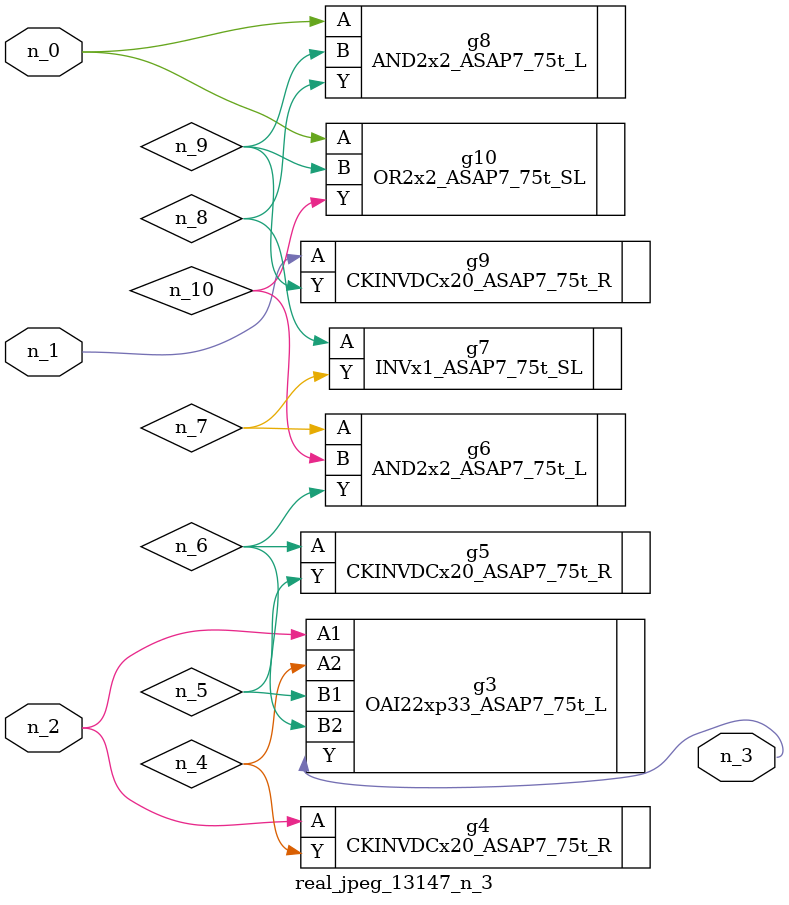
<source format=v>
module real_jpeg_13147_n_3 (n_1, n_0, n_2, n_3);

input n_1;
input n_0;
input n_2;

output n_3;

wire n_5;
wire n_4;
wire n_8;
wire n_6;
wire n_7;
wire n_10;
wire n_9;

AND2x2_ASAP7_75t_L g8 ( 
.A(n_0),
.B(n_9),
.Y(n_8)
);

OR2x2_ASAP7_75t_SL g10 ( 
.A(n_0),
.B(n_9),
.Y(n_10)
);

CKINVDCx20_ASAP7_75t_R g9 ( 
.A(n_1),
.Y(n_9)
);

OAI22xp33_ASAP7_75t_L g3 ( 
.A1(n_2),
.A2(n_4),
.B1(n_5),
.B2(n_6),
.Y(n_3)
);

CKINVDCx20_ASAP7_75t_R g4 ( 
.A(n_2),
.Y(n_4)
);

CKINVDCx20_ASAP7_75t_R g5 ( 
.A(n_6),
.Y(n_5)
);

AND2x2_ASAP7_75t_L g6 ( 
.A(n_7),
.B(n_10),
.Y(n_6)
);

INVx1_ASAP7_75t_SL g7 ( 
.A(n_8),
.Y(n_7)
);


endmodule
</source>
